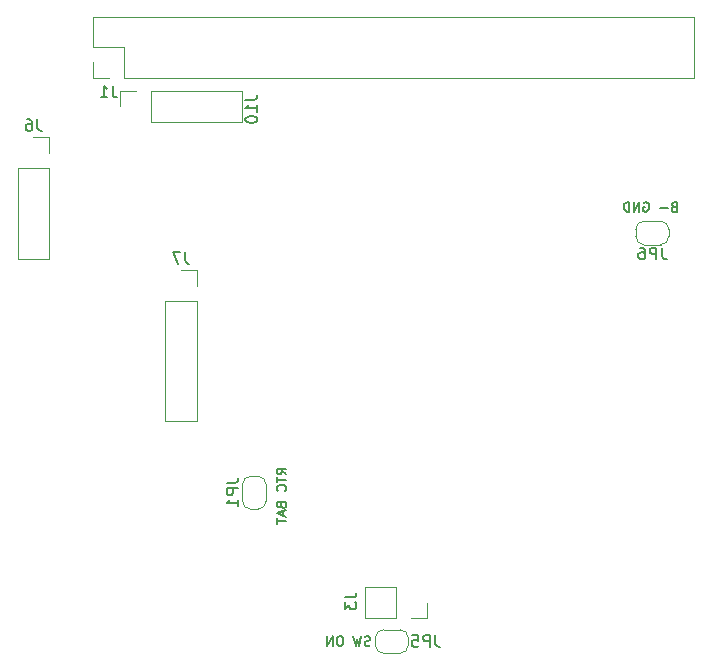
<source format=gbo>
G04 #@! TF.GenerationSoftware,KiCad,Pcbnew,7.0.7*
G04 #@! TF.CreationDate,2023-12-10T12:49:09-04:00*
G04 #@! TF.ProjectId,Pi hat LoRa,50692068-6174-4204-9c6f-52612e6b6963,rev?*
G04 #@! TF.SameCoordinates,Original*
G04 #@! TF.FileFunction,Legend,Bot*
G04 #@! TF.FilePolarity,Positive*
%FSLAX46Y46*%
G04 Gerber Fmt 4.6, Leading zero omitted, Abs format (unit mm)*
G04 Created by KiCad (PCBNEW 7.0.7) date 2023-12-10 12:49:09*
%MOMM*%
%LPD*%
G01*
G04 APERTURE LIST*
%ADD10C,0.150000*%
%ADD11C,0.120000*%
G04 APERTURE END LIST*
D10*
X130498935Y-98106200D02*
X130384649Y-98144295D01*
X130384649Y-98144295D02*
X130194173Y-98144295D01*
X130194173Y-98144295D02*
X130117982Y-98106200D01*
X130117982Y-98106200D02*
X130079887Y-98068104D01*
X130079887Y-98068104D02*
X130041792Y-97991914D01*
X130041792Y-97991914D02*
X130041792Y-97915723D01*
X130041792Y-97915723D02*
X130079887Y-97839533D01*
X130079887Y-97839533D02*
X130117982Y-97801438D01*
X130117982Y-97801438D02*
X130194173Y-97763342D01*
X130194173Y-97763342D02*
X130346554Y-97725247D01*
X130346554Y-97725247D02*
X130422744Y-97687152D01*
X130422744Y-97687152D02*
X130460839Y-97649057D01*
X130460839Y-97649057D02*
X130498935Y-97572866D01*
X130498935Y-97572866D02*
X130498935Y-97496676D01*
X130498935Y-97496676D02*
X130460839Y-97420485D01*
X130460839Y-97420485D02*
X130422744Y-97382390D01*
X130422744Y-97382390D02*
X130346554Y-97344295D01*
X130346554Y-97344295D02*
X130156077Y-97344295D01*
X130156077Y-97344295D02*
X130041792Y-97382390D01*
X129775125Y-97344295D02*
X129584649Y-98144295D01*
X129584649Y-98144295D02*
X129432268Y-97572866D01*
X129432268Y-97572866D02*
X129279887Y-98144295D01*
X129279887Y-98144295D02*
X129089411Y-97344295D01*
X128022743Y-97344295D02*
X127870362Y-97344295D01*
X127870362Y-97344295D02*
X127794172Y-97382390D01*
X127794172Y-97382390D02*
X127717981Y-97458580D01*
X127717981Y-97458580D02*
X127679886Y-97610961D01*
X127679886Y-97610961D02*
X127679886Y-97877628D01*
X127679886Y-97877628D02*
X127717981Y-98030009D01*
X127717981Y-98030009D02*
X127794172Y-98106200D01*
X127794172Y-98106200D02*
X127870362Y-98144295D01*
X127870362Y-98144295D02*
X128022743Y-98144295D01*
X128022743Y-98144295D02*
X128098934Y-98106200D01*
X128098934Y-98106200D02*
X128175124Y-98030009D01*
X128175124Y-98030009D02*
X128213220Y-97877628D01*
X128213220Y-97877628D02*
X128213220Y-97610961D01*
X128213220Y-97610961D02*
X128175124Y-97458580D01*
X128175124Y-97458580D02*
X128098934Y-97382390D01*
X128098934Y-97382390D02*
X128022743Y-97344295D01*
X127337029Y-98144295D02*
X127337029Y-97344295D01*
X127337029Y-97344295D02*
X126879886Y-98144295D01*
X126879886Y-98144295D02*
X126879886Y-97344295D01*
X156229636Y-60975247D02*
X156115350Y-61013342D01*
X156115350Y-61013342D02*
X156077255Y-61051438D01*
X156077255Y-61051438D02*
X156039159Y-61127628D01*
X156039159Y-61127628D02*
X156039159Y-61241914D01*
X156039159Y-61241914D02*
X156077255Y-61318104D01*
X156077255Y-61318104D02*
X156115350Y-61356200D01*
X156115350Y-61356200D02*
X156191540Y-61394295D01*
X156191540Y-61394295D02*
X156496302Y-61394295D01*
X156496302Y-61394295D02*
X156496302Y-60594295D01*
X156496302Y-60594295D02*
X156229636Y-60594295D01*
X156229636Y-60594295D02*
X156153445Y-60632390D01*
X156153445Y-60632390D02*
X156115350Y-60670485D01*
X156115350Y-60670485D02*
X156077255Y-60746676D01*
X156077255Y-60746676D02*
X156077255Y-60822866D01*
X156077255Y-60822866D02*
X156115350Y-60899057D01*
X156115350Y-60899057D02*
X156153445Y-60937152D01*
X156153445Y-60937152D02*
X156229636Y-60975247D01*
X156229636Y-60975247D02*
X156496302Y-60975247D01*
X155696302Y-61089533D02*
X155086779Y-61089533D01*
X153677255Y-60632390D02*
X153753445Y-60594295D01*
X153753445Y-60594295D02*
X153867731Y-60594295D01*
X153867731Y-60594295D02*
X153982017Y-60632390D01*
X153982017Y-60632390D02*
X154058207Y-60708580D01*
X154058207Y-60708580D02*
X154096302Y-60784771D01*
X154096302Y-60784771D02*
X154134398Y-60937152D01*
X154134398Y-60937152D02*
X154134398Y-61051438D01*
X154134398Y-61051438D02*
X154096302Y-61203819D01*
X154096302Y-61203819D02*
X154058207Y-61280009D01*
X154058207Y-61280009D02*
X153982017Y-61356200D01*
X153982017Y-61356200D02*
X153867731Y-61394295D01*
X153867731Y-61394295D02*
X153791540Y-61394295D01*
X153791540Y-61394295D02*
X153677255Y-61356200D01*
X153677255Y-61356200D02*
X153639159Y-61318104D01*
X153639159Y-61318104D02*
X153639159Y-61051438D01*
X153639159Y-61051438D02*
X153791540Y-61051438D01*
X153296302Y-61394295D02*
X153296302Y-60594295D01*
X153296302Y-60594295D02*
X152839159Y-61394295D01*
X152839159Y-61394295D02*
X152839159Y-60594295D01*
X152458207Y-61394295D02*
X152458207Y-60594295D01*
X152458207Y-60594295D02*
X152267731Y-60594295D01*
X152267731Y-60594295D02*
X152153445Y-60632390D01*
X152153445Y-60632390D02*
X152077255Y-60708580D01*
X152077255Y-60708580D02*
X152039160Y-60784771D01*
X152039160Y-60784771D02*
X152001064Y-60937152D01*
X152001064Y-60937152D02*
X152001064Y-61051438D01*
X152001064Y-61051438D02*
X152039160Y-61203819D01*
X152039160Y-61203819D02*
X152077255Y-61280009D01*
X152077255Y-61280009D02*
X152153445Y-61356200D01*
X152153445Y-61356200D02*
X152267731Y-61394295D01*
X152267731Y-61394295D02*
X152458207Y-61394295D01*
X123394295Y-83634649D02*
X123013342Y-83367982D01*
X123394295Y-83177506D02*
X122594295Y-83177506D01*
X122594295Y-83177506D02*
X122594295Y-83482268D01*
X122594295Y-83482268D02*
X122632390Y-83558458D01*
X122632390Y-83558458D02*
X122670485Y-83596553D01*
X122670485Y-83596553D02*
X122746676Y-83634649D01*
X122746676Y-83634649D02*
X122860961Y-83634649D01*
X122860961Y-83634649D02*
X122937152Y-83596553D01*
X122937152Y-83596553D02*
X122975247Y-83558458D01*
X122975247Y-83558458D02*
X123013342Y-83482268D01*
X123013342Y-83482268D02*
X123013342Y-83177506D01*
X122594295Y-83863220D02*
X122594295Y-84320363D01*
X123394295Y-84091791D02*
X122594295Y-84091791D01*
X123318104Y-85044173D02*
X123356200Y-85006077D01*
X123356200Y-85006077D02*
X123394295Y-84891792D01*
X123394295Y-84891792D02*
X123394295Y-84815601D01*
X123394295Y-84815601D02*
X123356200Y-84701315D01*
X123356200Y-84701315D02*
X123280009Y-84625125D01*
X123280009Y-84625125D02*
X123203819Y-84587030D01*
X123203819Y-84587030D02*
X123051438Y-84548934D01*
X123051438Y-84548934D02*
X122937152Y-84548934D01*
X122937152Y-84548934D02*
X122784771Y-84587030D01*
X122784771Y-84587030D02*
X122708580Y-84625125D01*
X122708580Y-84625125D02*
X122632390Y-84701315D01*
X122632390Y-84701315D02*
X122594295Y-84815601D01*
X122594295Y-84815601D02*
X122594295Y-84891792D01*
X122594295Y-84891792D02*
X122632390Y-85006077D01*
X122632390Y-85006077D02*
X122670485Y-85044173D01*
X122975247Y-86263220D02*
X123013342Y-86377506D01*
X123013342Y-86377506D02*
X123051438Y-86415601D01*
X123051438Y-86415601D02*
X123127628Y-86453697D01*
X123127628Y-86453697D02*
X123241914Y-86453697D01*
X123241914Y-86453697D02*
X123318104Y-86415601D01*
X123318104Y-86415601D02*
X123356200Y-86377506D01*
X123356200Y-86377506D02*
X123394295Y-86301316D01*
X123394295Y-86301316D02*
X123394295Y-85996554D01*
X123394295Y-85996554D02*
X122594295Y-85996554D01*
X122594295Y-85996554D02*
X122594295Y-86263220D01*
X122594295Y-86263220D02*
X122632390Y-86339411D01*
X122632390Y-86339411D02*
X122670485Y-86377506D01*
X122670485Y-86377506D02*
X122746676Y-86415601D01*
X122746676Y-86415601D02*
X122822866Y-86415601D01*
X122822866Y-86415601D02*
X122899057Y-86377506D01*
X122899057Y-86377506D02*
X122937152Y-86339411D01*
X122937152Y-86339411D02*
X122975247Y-86263220D01*
X122975247Y-86263220D02*
X122975247Y-85996554D01*
X123165723Y-86758458D02*
X123165723Y-87139411D01*
X123394295Y-86682268D02*
X122594295Y-86948935D01*
X122594295Y-86948935D02*
X123394295Y-87215601D01*
X122594295Y-87367982D02*
X122594295Y-87825125D01*
X123394295Y-87596553D02*
X122594295Y-87596553D01*
X108703333Y-50724819D02*
X108703333Y-51439104D01*
X108703333Y-51439104D02*
X108750952Y-51581961D01*
X108750952Y-51581961D02*
X108846190Y-51677200D01*
X108846190Y-51677200D02*
X108989047Y-51724819D01*
X108989047Y-51724819D02*
X109084285Y-51724819D01*
X107703333Y-51724819D02*
X108274761Y-51724819D01*
X107989047Y-51724819D02*
X107989047Y-50724819D01*
X107989047Y-50724819D02*
X108084285Y-50867676D01*
X108084285Y-50867676D02*
X108179523Y-50962914D01*
X108179523Y-50962914D02*
X108274761Y-51010533D01*
X119954819Y-51940476D02*
X120669104Y-51940476D01*
X120669104Y-51940476D02*
X120811961Y-51892857D01*
X120811961Y-51892857D02*
X120907200Y-51797619D01*
X120907200Y-51797619D02*
X120954819Y-51654762D01*
X120954819Y-51654762D02*
X120954819Y-51559524D01*
X120954819Y-52940476D02*
X120954819Y-52369048D01*
X120954819Y-52654762D02*
X119954819Y-52654762D01*
X119954819Y-52654762D02*
X120097676Y-52559524D01*
X120097676Y-52559524D02*
X120192914Y-52464286D01*
X120192914Y-52464286D02*
X120240533Y-52369048D01*
X119954819Y-53559524D02*
X119954819Y-53654762D01*
X119954819Y-53654762D02*
X120002438Y-53750000D01*
X120002438Y-53750000D02*
X120050057Y-53797619D01*
X120050057Y-53797619D02*
X120145295Y-53845238D01*
X120145295Y-53845238D02*
X120335771Y-53892857D01*
X120335771Y-53892857D02*
X120573866Y-53892857D01*
X120573866Y-53892857D02*
X120764342Y-53845238D01*
X120764342Y-53845238D02*
X120859580Y-53797619D01*
X120859580Y-53797619D02*
X120907200Y-53750000D01*
X120907200Y-53750000D02*
X120954819Y-53654762D01*
X120954819Y-53654762D02*
X120954819Y-53559524D01*
X120954819Y-53559524D02*
X120907200Y-53464286D01*
X120907200Y-53464286D02*
X120859580Y-53416667D01*
X120859580Y-53416667D02*
X120764342Y-53369048D01*
X120764342Y-53369048D02*
X120573866Y-53321429D01*
X120573866Y-53321429D02*
X120335771Y-53321429D01*
X120335771Y-53321429D02*
X120145295Y-53369048D01*
X120145295Y-53369048D02*
X120050057Y-53416667D01*
X120050057Y-53416667D02*
X120002438Y-53464286D01*
X120002438Y-53464286D02*
X119954819Y-53559524D01*
X155233333Y-64454819D02*
X155233333Y-65169104D01*
X155233333Y-65169104D02*
X155280952Y-65311961D01*
X155280952Y-65311961D02*
X155376190Y-65407200D01*
X155376190Y-65407200D02*
X155519047Y-65454819D01*
X155519047Y-65454819D02*
X155614285Y-65454819D01*
X154757142Y-65454819D02*
X154757142Y-64454819D01*
X154757142Y-64454819D02*
X154376190Y-64454819D01*
X154376190Y-64454819D02*
X154280952Y-64502438D01*
X154280952Y-64502438D02*
X154233333Y-64550057D01*
X154233333Y-64550057D02*
X154185714Y-64645295D01*
X154185714Y-64645295D02*
X154185714Y-64788152D01*
X154185714Y-64788152D02*
X154233333Y-64883390D01*
X154233333Y-64883390D02*
X154280952Y-64931009D01*
X154280952Y-64931009D02*
X154376190Y-64978628D01*
X154376190Y-64978628D02*
X154757142Y-64978628D01*
X153328571Y-64454819D02*
X153519047Y-64454819D01*
X153519047Y-64454819D02*
X153614285Y-64502438D01*
X153614285Y-64502438D02*
X153661904Y-64550057D01*
X153661904Y-64550057D02*
X153757142Y-64692914D01*
X153757142Y-64692914D02*
X153804761Y-64883390D01*
X153804761Y-64883390D02*
X153804761Y-65264342D01*
X153804761Y-65264342D02*
X153757142Y-65359580D01*
X153757142Y-65359580D02*
X153709523Y-65407200D01*
X153709523Y-65407200D02*
X153614285Y-65454819D01*
X153614285Y-65454819D02*
X153423809Y-65454819D01*
X153423809Y-65454819D02*
X153328571Y-65407200D01*
X153328571Y-65407200D02*
X153280952Y-65359580D01*
X153280952Y-65359580D02*
X153233333Y-65264342D01*
X153233333Y-65264342D02*
X153233333Y-65026247D01*
X153233333Y-65026247D02*
X153280952Y-64931009D01*
X153280952Y-64931009D02*
X153328571Y-64883390D01*
X153328571Y-64883390D02*
X153423809Y-64835771D01*
X153423809Y-64835771D02*
X153614285Y-64835771D01*
X153614285Y-64835771D02*
X153709523Y-64883390D01*
X153709523Y-64883390D02*
X153757142Y-64931009D01*
X153757142Y-64931009D02*
X153804761Y-65026247D01*
X102333333Y-53574819D02*
X102333333Y-54289104D01*
X102333333Y-54289104D02*
X102380952Y-54431961D01*
X102380952Y-54431961D02*
X102476190Y-54527200D01*
X102476190Y-54527200D02*
X102619047Y-54574819D01*
X102619047Y-54574819D02*
X102714285Y-54574819D01*
X101428571Y-53574819D02*
X101619047Y-53574819D01*
X101619047Y-53574819D02*
X101714285Y-53622438D01*
X101714285Y-53622438D02*
X101761904Y-53670057D01*
X101761904Y-53670057D02*
X101857142Y-53812914D01*
X101857142Y-53812914D02*
X101904761Y-54003390D01*
X101904761Y-54003390D02*
X101904761Y-54384342D01*
X101904761Y-54384342D02*
X101857142Y-54479580D01*
X101857142Y-54479580D02*
X101809523Y-54527200D01*
X101809523Y-54527200D02*
X101714285Y-54574819D01*
X101714285Y-54574819D02*
X101523809Y-54574819D01*
X101523809Y-54574819D02*
X101428571Y-54527200D01*
X101428571Y-54527200D02*
X101380952Y-54479580D01*
X101380952Y-54479580D02*
X101333333Y-54384342D01*
X101333333Y-54384342D02*
X101333333Y-54146247D01*
X101333333Y-54146247D02*
X101380952Y-54051009D01*
X101380952Y-54051009D02*
X101428571Y-54003390D01*
X101428571Y-54003390D02*
X101523809Y-53955771D01*
X101523809Y-53955771D02*
X101714285Y-53955771D01*
X101714285Y-53955771D02*
X101809523Y-54003390D01*
X101809523Y-54003390D02*
X101857142Y-54051009D01*
X101857142Y-54051009D02*
X101904761Y-54146247D01*
X136033333Y-97254819D02*
X136033333Y-97969104D01*
X136033333Y-97969104D02*
X136080952Y-98111961D01*
X136080952Y-98111961D02*
X136176190Y-98207200D01*
X136176190Y-98207200D02*
X136319047Y-98254819D01*
X136319047Y-98254819D02*
X136414285Y-98254819D01*
X135557142Y-98254819D02*
X135557142Y-97254819D01*
X135557142Y-97254819D02*
X135176190Y-97254819D01*
X135176190Y-97254819D02*
X135080952Y-97302438D01*
X135080952Y-97302438D02*
X135033333Y-97350057D01*
X135033333Y-97350057D02*
X134985714Y-97445295D01*
X134985714Y-97445295D02*
X134985714Y-97588152D01*
X134985714Y-97588152D02*
X135033333Y-97683390D01*
X135033333Y-97683390D02*
X135080952Y-97731009D01*
X135080952Y-97731009D02*
X135176190Y-97778628D01*
X135176190Y-97778628D02*
X135557142Y-97778628D01*
X134080952Y-97254819D02*
X134557142Y-97254819D01*
X134557142Y-97254819D02*
X134604761Y-97731009D01*
X134604761Y-97731009D02*
X134557142Y-97683390D01*
X134557142Y-97683390D02*
X134461904Y-97635771D01*
X134461904Y-97635771D02*
X134223809Y-97635771D01*
X134223809Y-97635771D02*
X134128571Y-97683390D01*
X134128571Y-97683390D02*
X134080952Y-97731009D01*
X134080952Y-97731009D02*
X134033333Y-97826247D01*
X134033333Y-97826247D02*
X134033333Y-98064342D01*
X134033333Y-98064342D02*
X134080952Y-98159580D01*
X134080952Y-98159580D02*
X134128571Y-98207200D01*
X134128571Y-98207200D02*
X134223809Y-98254819D01*
X134223809Y-98254819D02*
X134461904Y-98254819D01*
X134461904Y-98254819D02*
X134557142Y-98207200D01*
X134557142Y-98207200D02*
X134604761Y-98159580D01*
X114833333Y-64799819D02*
X114833333Y-65514104D01*
X114833333Y-65514104D02*
X114880952Y-65656961D01*
X114880952Y-65656961D02*
X114976190Y-65752200D01*
X114976190Y-65752200D02*
X115119047Y-65799819D01*
X115119047Y-65799819D02*
X115214285Y-65799819D01*
X114452380Y-64799819D02*
X113785714Y-64799819D01*
X113785714Y-64799819D02*
X114214285Y-65799819D01*
X128354819Y-94066666D02*
X129069104Y-94066666D01*
X129069104Y-94066666D02*
X129211961Y-94019047D01*
X129211961Y-94019047D02*
X129307200Y-93923809D01*
X129307200Y-93923809D02*
X129354819Y-93780952D01*
X129354819Y-93780952D02*
X129354819Y-93685714D01*
X128354819Y-94447619D02*
X128354819Y-95066666D01*
X128354819Y-95066666D02*
X128735771Y-94733333D01*
X128735771Y-94733333D02*
X128735771Y-94876190D01*
X128735771Y-94876190D02*
X128783390Y-94971428D01*
X128783390Y-94971428D02*
X128831009Y-95019047D01*
X128831009Y-95019047D02*
X128926247Y-95066666D01*
X128926247Y-95066666D02*
X129164342Y-95066666D01*
X129164342Y-95066666D02*
X129259580Y-95019047D01*
X129259580Y-95019047D02*
X129307200Y-94971428D01*
X129307200Y-94971428D02*
X129354819Y-94876190D01*
X129354819Y-94876190D02*
X129354819Y-94590476D01*
X129354819Y-94590476D02*
X129307200Y-94495238D01*
X129307200Y-94495238D02*
X129259580Y-94447619D01*
X118354819Y-84366666D02*
X119069104Y-84366666D01*
X119069104Y-84366666D02*
X119211961Y-84319047D01*
X119211961Y-84319047D02*
X119307200Y-84223809D01*
X119307200Y-84223809D02*
X119354819Y-84080952D01*
X119354819Y-84080952D02*
X119354819Y-83985714D01*
X119354819Y-84842857D02*
X118354819Y-84842857D01*
X118354819Y-84842857D02*
X118354819Y-85223809D01*
X118354819Y-85223809D02*
X118402438Y-85319047D01*
X118402438Y-85319047D02*
X118450057Y-85366666D01*
X118450057Y-85366666D02*
X118545295Y-85414285D01*
X118545295Y-85414285D02*
X118688152Y-85414285D01*
X118688152Y-85414285D02*
X118783390Y-85366666D01*
X118783390Y-85366666D02*
X118831009Y-85319047D01*
X118831009Y-85319047D02*
X118878628Y-85223809D01*
X118878628Y-85223809D02*
X118878628Y-84842857D01*
X119354819Y-86366666D02*
X119354819Y-85795238D01*
X119354819Y-86080952D02*
X118354819Y-86080952D01*
X118354819Y-86080952D02*
X118497676Y-85985714D01*
X118497676Y-85985714D02*
X118592914Y-85890476D01*
X118592914Y-85890476D02*
X118640533Y-85795238D01*
D11*
X157960000Y-44900000D02*
X157960000Y-50100000D01*
X107040000Y-44900000D02*
X157960000Y-44900000D01*
X107040000Y-44900000D02*
X107040000Y-47500000D01*
X109640000Y-47500000D02*
X109640000Y-50100000D01*
X107040000Y-47500000D02*
X109640000Y-47500000D01*
X107040000Y-48770000D02*
X107040000Y-50100000D01*
X109640000Y-50100000D02*
X157960000Y-50100000D01*
X107040000Y-50100000D02*
X108370000Y-50100000D01*
X119650000Y-51170000D02*
X119650000Y-53830000D01*
X111970000Y-51170000D02*
X119650000Y-51170000D01*
X111970000Y-51170000D02*
X111970000Y-53830000D01*
X110700000Y-51170000D02*
X109370000Y-51170000D01*
X109370000Y-51170000D02*
X109370000Y-52500000D01*
X111970000Y-53830000D02*
X119650000Y-53830000D01*
X153000000Y-62900000D02*
X153000000Y-63500000D01*
X153700000Y-64200000D02*
X155100000Y-64200000D01*
X155100000Y-62200000D02*
X153700000Y-62200000D01*
X155800000Y-63500000D02*
X155800000Y-62900000D01*
X153700000Y-62200000D02*
G75*
G03*
X153000000Y-62900000I-1J-699999D01*
G01*
X153000000Y-63500000D02*
G75*
G03*
X153700000Y-64200000I699999J-1D01*
G01*
X155800000Y-62900000D02*
G75*
G03*
X155100000Y-62200000I-700000J0D01*
G01*
X155100000Y-64200000D02*
G75*
G03*
X155800000Y-63500000I0J700000D01*
G01*
X103330000Y-65400000D02*
X100670000Y-65400000D01*
X103330000Y-57720000D02*
X103330000Y-65400000D01*
X103330000Y-57720000D02*
X100670000Y-57720000D01*
X103330000Y-56450000D02*
X103330000Y-55120000D01*
X103330000Y-55120000D02*
X102000000Y-55120000D01*
X100670000Y-57720000D02*
X100670000Y-65400000D01*
X130950000Y-97500000D02*
X130950000Y-98100000D01*
X131650000Y-98800000D02*
X133050000Y-98800000D01*
X133050000Y-96800000D02*
X131650000Y-96800000D01*
X133750000Y-98100000D02*
X133750000Y-97500000D01*
X131650000Y-96800000D02*
G75*
G03*
X130950000Y-97500000I-1J-699999D01*
G01*
X130950000Y-98100000D02*
G75*
G03*
X131650000Y-98800000I699999J-1D01*
G01*
X133750000Y-97500000D02*
G75*
G03*
X133050000Y-96800000I-700000J0D01*
G01*
X133050000Y-98800000D02*
G75*
G03*
X133750000Y-98100000I0J700000D01*
G01*
X115830000Y-79165000D02*
X113170000Y-79165000D01*
X115830000Y-68945000D02*
X115830000Y-79165000D01*
X115830000Y-68945000D02*
X113170000Y-68945000D01*
X115830000Y-67675000D02*
X115830000Y-66345000D01*
X115830000Y-66345000D02*
X114500000Y-66345000D01*
X113170000Y-68945000D02*
X113170000Y-79165000D01*
X130105000Y-95830000D02*
X130105000Y-93170000D01*
X132705000Y-95830000D02*
X130105000Y-95830000D01*
X132705000Y-95830000D02*
X132705000Y-93170000D01*
X133975000Y-95830000D02*
X135305000Y-95830000D01*
X135305000Y-95830000D02*
X135305000Y-94500000D01*
X132705000Y-93170000D02*
X130105000Y-93170000D01*
X121000000Y-83800000D02*
X120400000Y-83800000D01*
X119700000Y-84500000D02*
X119700000Y-85900000D01*
X121700000Y-85900000D02*
X121700000Y-84500000D01*
X120400000Y-86600000D02*
X121000000Y-86600000D01*
X121700000Y-84500000D02*
G75*
G03*
X121000000Y-83800000I-699999J1D01*
G01*
X120400000Y-83800000D02*
G75*
G03*
X119700000Y-84500000I-1J-699999D01*
G01*
X121000000Y-86600000D02*
G75*
G03*
X121700000Y-85900000I0J700000D01*
G01*
X119700000Y-85900000D02*
G75*
G03*
X120400000Y-86600000I700000J0D01*
G01*
M02*

</source>
